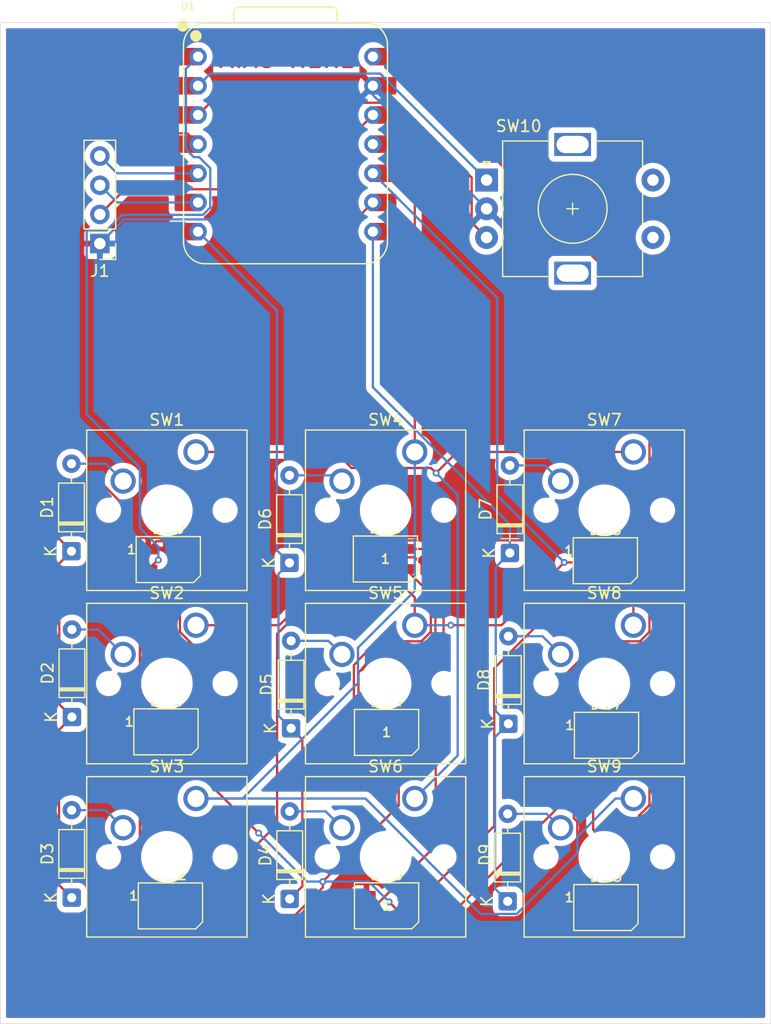
<source format=kicad_pcb>
(kicad_pcb (version 20241229) (generator "pcbnew") (generator_version "9.0")
  (layers (0 "F.Cu" signal) (2 "B.Cu" signal) (13 "F.Paste" user) (15 "B.Paste" user) (5 "F.SilkS" user "F.Silkscreen") (7 "B.SilkS" user "B.Silkscreen") (1 "F.Mask" user) (3 "B.Mask" user) (25 "Edge.Cuts" user))
  (net 0 "")
  (net 1 "+5V")
  (net 2 "/ROW1")
  (net 3 "Net-(D1-A)")
  (net 4 "Net-(D2-A)")
  (net 5 "Net-(D3-A)")
  (net 6 "/ROW2")
  (net 7 "Net-(D4-A)")
  (net 8 "Net-(D5-A)")
  (net 9 "Net-(D6-A)")
  (net 10 "Net-(D7-A)")
  (net 11 "/ROW3")
  (net 12 "Net-(D8-A)")
  (net 13 "Net-(D9-A)")
  (net 14 "/LED_DATA")
  (net 15 "Net-(D10-DOUT)")
  (net 16 "Net-(D11-DOUT)")
  (net 17 "Net-(D12-DOUT)")
  (net 18 "Net-(D13-DOUT)")
  (net 19 "Net-(D14-DOUT)")
  (net 20 "Net-(D15-DOUT)")
  (net 21 "Net-(D16-DOUT)")
  (net 22 "Net-(D17-DOUT)")
  (net 24 "/OLED_SDA")
  (net 25 "+3.3V")
  (net 26 "/OLED_SCL")
  (net 27 "/COL1")
  (net 28 "/COL2")
  (net 29 "/COL3")
  (net 30 "/ENC_B")
  (net 32 "/ENC_A")
  (net 34 "GND")
  (footprint "LED_SMD:LED_SK6812MINI_PLCC4_3.5x3.5mm_P1.75mm" (layer "F.Cu") (at 149.3137 95.1438)
    (property "Reference" "D14" (at 0 -2.75 0) (layer "F.SilkS"))
    (property "Value" "SK6812")
    (fp_text user "1" (at 0 0 0) (layer "F.SilkS") (effects (font (size 0.8 0.8))))
    (pad "1" smd rect (at -1.75 -0.875) (size 1.6 0.85) (layers "F.Cu" "F.Mask" "F.Paste") (net 34 "GND"))
    (pad "2" smd rect (at -1.75 0.875) (size 1.6 0.85) (layers "F.Cu" "F.Mask" "F.Paste") (net 18 "Net-(D13-DOUT)"))
    (pad "3" smd rect (at 1.75 0.875) (size 1.6 0.85) (layers "F.Cu" "F.Mask" "F.Paste") (net 1 "+5V"))
    (pad "4" smd rect (at 1.75 -0.875) (size 1.6 0.85) (layers "F.Cu" "F.Mask" "F.Paste") (net 19 "Net-(D14-DOUT)"))
  )
  (footprint "Button_Switch_Keyboard:SW_Cherry_MX_1.00u_PCB" (layer "F.Cu") (at 170.83 70.72)
    (property "Reference" "SW7" (at -2.54 -2.794 0) (layer "F.SilkS"))
    (property "Value" "SW_Push")
    (pad "" np_thru_hole circle (at -7.62 5.08) (size 1.7 1.7) (drill 1.7) (layers "*.Cu" "*.Mask"))
    (pad "" np_thru_hole circle (at -2.54 5.08) (size 4 4) (drill 4) (layers "*.Cu" "*.Mask"))
    (pad "" np_thru_hole circle (at 2.54 5.08) (size 1.7 1.7) (drill 1.7) (layers "*.Cu" "*.Mask"))
    (pad "1" thru_hole circle (at 0 0) (size 2.2 2.2) (drill 1.5) (layers "*.Cu" "*.Mask") (net 27 "/COL1"))
    (pad "2" thru_hole circle (at -6.35 2.54) (size 2.2 2.2) (drill 1.5) (layers "*.Cu" "*.Mask") (net 10 "Net-(D7-A)"))
  )
  (footprint "LED_SMD:LED_SK6812MINI_PLCC4_3.5x3.5mm_P1.75mm" (layer "F.Cu") (at 130.2837 80.0938)
    (property "Reference" "D10" (at 0 -2.75 0) (layer "F.SilkS"))
    (property "Value" "SK6812")
    (fp_text user "1" (at -3.2 -0.875 0) (layer "F.SilkS") (effects (font (size 0.8 0.8))))
    (pad "1" smd rect (at -1.75 -0.875) (size 1.6 0.85) (layers "F.Cu" "F.Mask" "F.Paste") (net 34 "GND"))
    (pad "2" smd rect (at -1.75 0.875) (size 1.6 0.85) (layers "F.Cu" "F.Mask" "F.Paste") (net 14 "/LED_DATA"))
    (pad "3" smd rect (at 1.75 0.875) (size 1.6 0.85) (layers "F.Cu" "F.Mask" "F.Paste") (net 1 "+5V"))
    (pad "4" smd rect (at 1.75 -0.875) (size 1.6 0.85) (layers "F.Cu" "F.Mask" "F.Paste") (net 15 "Net-(D10-DOUT)"))
  )
  (footprint "LED_SMD:LED_SK6812MINI_PLCC4_3.5x3.5mm_P1.75mm" (layer "F.Cu") (at 130.47 110.25)
    (property "Reference" "D12" (at 0 -2.75 0) (layer "F.SilkS"))
    (property "Value" "SK6812")
    (fp_text user "1" (at -3.2 -0.875 0) (layer "F.SilkS") (effects (font (size 0.8 0.8))))
    (pad "1" smd rect (at -1.75 -0.875) (size 1.6 0.85) (layers "F.Cu" "F.Mask" "F.Paste") (net 34 "GND"))
    (pad "2" smd rect (at -1.75 0.875) (size 1.6 0.85) (layers "F.Cu" "F.Mask" "F.Paste") (net 16 "Net-(D11-DOUT)"))
    (pad "3" smd rect (at 1.75 0.875) (size 1.6 0.85) (layers "F.Cu" "F.Mask" "F.Paste") (net 1 "+5V"))
    (pad "4" smd rect (at 1.75 -0.875) (size 1.6 0.85) (layers "F.Cu" "F.Mask" "F.Paste") (net 17 "Net-(D12-DOUT)"))
  )
  (footprint "Diode_THT:D_DO-35_SOD27_P7.62mm_Horizontal" (layer "F.Cu") (at 160.06 79.52 90)
    (property "Reference" "D7" (at 3.81 -2.12 90) (layer "F.SilkS"))
    (property "Value" "D_Small")
    (fp_text user "K" (at 0 -1.8 90) (layer "F.SilkS"))
    (pad "1" thru_hole roundrect (at 0 0 90) (size 1.6 1.6) (drill 0.8) (layers "*.Cu" "*.Mask") (roundrect_rratio 0.15625) (net 11 "/ROW3"))
    (pad "2" thru_hole circle (at 7.62 0 90) (size 1.6 1.6) (drill 0.8) (layers "*.Cu" "*.Mask") (net 10 "Net-(D7-A)"))
  )
  (footprint "LED_SMD:LED_SK6812MINI_PLCC4_3.5x3.5mm_P1.75mm" (layer "F.Cu") (at 168.4337 110.3938)
    (property "Reference" "D18" (at 0 -2.75 0) (layer "F.SilkS"))
    (property "Value" "SK6812")
    (fp_text user "1" (at -3.2 -0.875 0) (layer "F.SilkS") (effects (font (size 0.8 0.8))))
    (pad "1" smd rect (at -1.75 -0.875) (size 1.6 0.85) (layers "F.Cu" "F.Mask" "F.Paste") (net 34 "GND"))
    (pad "2" smd rect (at -1.75 0.875) (size 1.6 0.85) (layers "F.Cu" "F.Mask" "F.Paste") (net 22 "Net-(D17-DOUT)"))
    (pad "3" smd rect (at 1.75 0.875) (size 1.6 0.85) (layers "F.Cu" "F.Mask" "F.Paste") (net 1 "+5V"))
    (pad "4" smd rect (at 1.75 -0.875) (size 1.6 0.85) (layers "F.Cu" "F.Mask" "F.Paste"))
  )
  (footprint "Diode_THT:D_DO-35_SOD27_P7.62mm_Horizontal" (layer "F.Cu") (at 159.93 94.39 90)
    (property "Reference" "D8" (at 3.81 -2.12 90) (layer "F.SilkS"))
    (property "Value" "D_Small")
    (fp_text user "K" (at 0 -1.8 90) (layer "F.SilkS"))
    (pad "1" thru_hole roundrect (at 0 0 90) (size 1.6 1.6) (drill 0.8) (layers "*.Cu" "*.Mask") (roundrect_rratio 0.15625) (net 11 "/ROW3"))
    (pad "2" thru_hole circle (at 7.62 0 90) (size 1.6 1.6) (drill 0.8) (layers "*.Cu" "*.Mask") (net 12 "Net-(D8-A)"))
  )
  (footprint "LED_SMD:LED_SK6812MINI_PLCC4_3.5x3.5mm_P1.75mm" (layer "F.Cu") (at 130.0837 95.0938)
    (property "Reference" "D11" (at 0 -2.75 0) (layer "F.SilkS"))
    (property "Value" "SK6812")
    (fp_text user "1" (at -3.2 -0.875 0) (layer "F.SilkS") (effects (font (size 0.8 0.8))))
    (pad "1" smd rect (at -1.75 -0.875) (size 1.6 0.85) (layers "F.Cu" "F.Mask" "F.Paste") (net 34 "GND"))
    (pad "2" smd rect (at -1.75 0.875) (size 1.6 0.85) (layers "F.Cu" "F.Mask" "F.Paste") (net 15 "Net-(D10-DOUT)"))
    (pad "3" smd rect (at 1.75 0.875) (size 1.6 0.85) (layers "F.Cu" "F.Mask" "F.Paste") (net 1 "+5V"))
    (pad "4" smd rect (at 1.75 -0.875) (size 1.6 0.85) (layers "F.Cu" "F.Mask" "F.Paste") (net 16 "Net-(D11-DOUT)"))
  )
  (footprint "Button_Switch_Keyboard:SW_Cherry_MX_1.00u_PCB" (layer "F.Cu") (at 170.83 100.9)
    (property "Reference" "SW9" (at -2.54 -2.794 0) (layer "F.SilkS"))
    (property "Value" "SW_Push")
    (pad "" np_thru_hole circle (at -7.62 5.08) (size 1.7 1.7) (drill 1.7) (layers "*.Cu" "*.Mask"))
    (pad "" np_thru_hole circle (at -2.54 5.08) (size 4 4) (drill 4) (layers "*.Cu" "*.Mask"))
    (pad "" np_thru_hole circle (at 2.54 5.08) (size 1.7 1.7) (drill 1.7) (layers "*.Cu" "*.Mask"))
    (pad "1" thru_hole circle (at 0 0) (size 2.2 2.2) (drill 1.5) (layers "*.Cu" "*.Mask") (net 29 "/COL3"))
    (pad "2" thru_hole circle (at -6.35 2.54) (size 2.2 2.2) (drill 1.5) (layers "*.Cu" "*.Mask") (net 13 "Net-(D9-A)"))
  )
  (footprint "LED_SMD:LED_SK6812MINI_PLCC4_3.5x3.5mm_P1.75mm" (layer "F.Cu") (at 168.3837 80.1938)
    (property "Reference" "D16" (at 0 -2.75 0) (layer "F.SilkS"))
    (property "Value" "SK6812")
    (fp_text user "1" (at -3.2 -0.875 0) (layer "F.SilkS") (effects (font (size 0.8 0.8))))
    (pad "1" smd rect (at -1.75 -0.875) (size 1.6 0.85) (layers "F.Cu" "F.Mask" "F.Paste") (net 34 "GND"))
    (pad "2" smd rect (at -1.75 0.875) (size 1.6 0.85) (layers "F.Cu" "F.Mask" "F.Paste") (net 20 "Net-(D15-DOUT)"))
    (pad "3" smd rect (at 1.75 0.875) (size 1.6 0.85) (layers "F.Cu" "F.Mask" "F.Paste") (net 1 "+5V"))
    (pad "4" smd rect (at 1.75 -0.875) (size 1.6 0.85) (layers "F.Cu" "F.Mask" "F.Paste") (net 21 "Net-(D16-DOUT)"))
  )
  (footprint "LED_SMD:LED_SK6812MINI_PLCC4_3.5x3.5mm_P1.75mm" (layer "F.Cu") (at 149.2137 80.0438)
    (property "Reference" "D13" (at 0 -2.75 0) (layer "F.SilkS"))
    (property "Value" "SK6812")
    (fp_text user "1" (at 0 0 0) (layer "F.SilkS") (effects (font (size 0.8 0.8))))
    (pad "1" smd rect (at -1.75 -0.875) (size 1.6 0.85) (layers "F.Cu" "F.Mask" "F.Paste") (net 34 "GND"))
    (pad "2" smd rect (at -1.75 0.875) (size 1.6 0.85) (layers "F.Cu" "F.Mask" "F.Paste") (net 17 "Net-(D12-DOUT)"))
    (pad "3" smd rect (at 1.75 0.875) (size 1.6 0.85) (layers "F.Cu" "F.Mask" "F.Paste") (net 1 "+5V"))
    (pad "4" smd rect (at 1.75 -0.875) (size 1.6 0.85) (layers "F.Cu" "F.Mask" "F.Paste") (net 18 "Net-(D13-DOUT)"))
  )
  (footprint "Button_Switch_Keyboard:SW_Cherry_MX_1.00u_PCB" (layer "F.Cu") (at 170.83 85.81)
    (property "Reference" "SW8" (at -2.54 -2.794 0) (layer "F.SilkS"))
    (property "Value" "SW_Push")
    (pad "" np_thru_hole circle (at -7.62 5.08) (size 1.7 1.7) (drill 1.7) (layers "*.Cu" "*.Mask"))
    (pad "" np_thru_hole circle (at -2.54 5.08) (size 4 4) (drill 4) (layers "*.Cu" "*.Mask"))
    (pad "" np_thru_hole circle (at 2.54 5.08) (size 1.7 1.7) (drill 1.7) (layers "*.Cu" "*.Mask"))
    (pad "1" thru_hole circle (at 0 0) (size 2.2 2.2) (drill 1.5) (layers "*.Cu" "*.Mask") (net 28 "/COL2"))
    (pad "2" thru_hole circle (at -6.35 2.54) (size 2.2 2.2) (drill 1.5) (layers "*.Cu" "*.Mask") (net 12 "Net-(D8-A)"))
  )
  (footprint "Diode_THT:D_DO-35_SOD27_P7.62mm_Horizontal" (layer "F.Cu") (at 121.8837 93.8038 90)
    (property "Reference" "D2" (at 3.81 -2.12 90) (layer "F.SilkS"))
    (property "Value" "D_Small")
    (fp_text user "K" (at 0 -1.8 90) (layer "F.SilkS"))
    (pad "1" thru_hole roundrect (at 0 0 90) (size 1.6 1.6) (drill 0.8) (layers "*.Cu" "*.Mask") (roundrect_rratio 0.15625) (net 2 "/ROW1"))
    (pad "2" thru_hole circle (at 7.62 0 90) (size 1.6 1.6) (drill 0.8) (layers "*.Cu" "*.Mask") (net 4 "Net-(D2-A)"))
  )
  (footprint "Button_Switch_Keyboard:SW_Cherry_MX_1.00u_PCB" (layer "F.Cu") (at 132.7 70.72)
    (property "Reference" "SW1" (at -2.54 -2.794 0) (layer "F.SilkS"))
    (property "Value" "SW_Push")
    (pad "" np_thru_hole circle (at -7.62 5.08) (size 1.7 1.7) (drill 1.7) (layers "*.Cu" "*.Mask"))
    (pad "" np_thru_hole circle (at -2.54 5.08) (size 4 4) (drill 4) (layers "*.Cu" "*.Mask"))
    (pad "" np_thru_hole circle (at 2.54 5.08) (size 1.7 1.7) (drill 1.7) (layers "*.Cu" "*.Mask"))
    (pad "1" thru_hole circle (at 0 0) (size 2.2 2.2) (drill 1.5) (layers "*.Cu" "*.Mask") (net 27 "/COL1"))
    (pad "2" thru_hole circle (at -6.35 2.54) (size 2.2 2.2) (drill 1.5) (layers "*.Cu" "*.Mask") (net 3 "Net-(D1-A)"))
  )
  (footprint "Button_Switch_Keyboard:SW_Cherry_MX_1.00u_PCB" (layer "F.Cu") (at 151.77 85.81)
    (property "Reference" "SW5" (at -2.54 -2.794 0) (layer "F.SilkS"))
    (property "Value" "SW_Push")
    (pad "" np_thru_hole circle (at -7.62 5.08) (size 1.7 1.7) (drill 1.7) (layers "*.Cu" "*.Mask"))
    (pad "" np_thru_hole circle (at -2.54 5.08) (size 4 4) (drill 4) (layers "*.Cu" "*.Mask"))
    (pad "" np_thru_hole circle (at 2.54 5.08) (size 1.7 1.7) (drill 1.7) (layers "*.Cu" "*.Mask"))
    (pad "1" thru_hole circle (at 0 0) (size 2.2 2.2) (drill 1.5) (layers "*.Cu" "*.Mask") (net 28 "/COL2"))
    (pad "2" thru_hole circle (at -6.35 2.54) (size 2.2 2.2) (drill 1.5) (layers "*.Cu" "*.Mask") (net 8 "Net-(D5-A)"))
  )
  (footprint "Diode_THT:D_DO-35_SOD27_P7.62mm_Horizontal" (layer "F.Cu") (at 140.99 94.79 90)
    (property "Reference" "D5" (at 3.81 -2.12 90) (layer "F.SilkS"))
    (property "Value" "D_Small")
    (fp_text user "K" (at 0 -1.8 90) (layer "F.SilkS"))
    (pad "1" thru_hole roundrect (at 0 0 90) (size 1.6 1.6) (drill 0.8) (layers "*.Cu" "*.Mask") (roundrect_rratio 0.15625) (net 6 "/ROW2"))
    (pad "2" thru_hole circle (at 7.62 0 90) (size 1.6 1.6) (drill 0.8) (layers "*.Cu" "*.Mask") (net 8 "Net-(D5-A)"))
  )
  (footprint "OPL Lib:XIAO-RP2040-DIP" (layer "F.Cu") (at 140.5 43.92)
    (property "Reference" "U1" (at -8.5 -12 0) (layer "F.SilkS") (effects (font (size 0.635 0.635) (thickness 0.1016))))
    (property "Value" "XIAO-RP2040-DIP")
    (pad "1" smd roundrect (at -8.455 -7.62 180) (size 2.432 1.524) (layers "F.Cu" "F.Mask") (roundrect_rratio 0.1) (net 14 "/LED_DATA"))
    (pad "1" thru_hole circle (at -7.62 -7.62 180) (size 1.524 1.524) (drill 0.889) (layers "*.Cu" "*.Mask") (net 14 "/LED_DATA"))
    (pad "2" smd roundrect (at -8.455 -5.08 180) (size 2.432 1.524) (layers "F.Cu" "F.Mask") (roundrect_rratio 0.1) (net 32 "/ENC_A"))
    (pad "2" thru_hole circle (at -7.62 -5.08 180) (size 1.524 1.524) (drill 0.889) (layers "*.Cu" "*.Mask") (net 32 "/ENC_A"))
    (pad "3" smd roundrect (at -8.455 -2.54 180) (size 2.432 1.524) (layers "F.Cu" "F.Mask") (roundrect_rratio 0.1) (net 30 "/ENC_B"))
    (pad "3" thru_hole circle (at -7.62 -2.54 180) (size 1.524 1.524) (drill 0.889) (layers "*.Cu" "*.Mask") (net 30 "/ENC_B"))
    (pad "4" smd roundrect (at -8.455 0 180) (size 2.432 1.524) (layers "F.Cu" "F.Mask") (roundrect_rratio 0.1) (net 2 "/ROW1"))
    (pad "4" thru_hole circle (at -7.62 0 180) (size 1.524 1.524) (drill 0.889) (layers "*.Cu" "*.Mask") (net 2 "/ROW1"))
    (pad "5" smd roundrect (at -8.455 2.54 180) (size 2.432 1.524) (layers "F.Cu" "F.Mask") (roundrect_rratio 0.1) (net 24 "/OLED_SDA"))
    (pad "5" thru_hole circle (at -7.62 2.54 180) (size 1.524 1.524) (drill 0.889) (layers "*.Cu" "*.Mask") (net 24 "/OLED_SDA"))
    (pad "6" smd roundrect (at -8.455 5.08 180) (size 2.432 1.524) (layers "F.Cu" "F.Mask") (roundrect_rratio 0.1) (net 26 "/OLED_SCL"))
    (pad "6" thru_hole circle (at -7.62 5.08 180) (size 1.524 1.524) (drill 0.889) (layers "*.Cu" "*.Mask") (net 26 "/OLED_SCL"))
    (pad "7" smd roundrect (at -8.455 7.62 180) (size 2.432 1.524) (layers "F.Cu" "F.Mask") (roundrect_rratio 0.1) (net 6 "/ROW2"))
    (pad "7" thru_hole circle (at -7.62 7.62 180) (size 1.524 1.524) (drill 0.889) (layers "*.Cu" "*.Mask") (net 6 "/ROW2"))
    (pad "8" thru_hole circle (at 7.62 7.62) (size 1.524 1.524) (drill 0.889) (layers "*.Cu" "*.Mask") (net 11 "/ROW3"))
    (pad "8" smd roundrect (at 8.455 7.62) (size 2.432 1.524) (layers "F.Cu" "F.Mask") (roundrect_rratio 0.1) (net 11 "/ROW3"))
    (pad "9" thru_hole circle (at 7.62 5.08) (size 1.524 1.524) (drill 0.889) (layers "*.Cu" "*.Mask") (net 27 "/COL1"))
    (pad "9" smd roundrect (at 8.455 5.08) (size 2.432 1.524) (layers "F.Cu" "F.Mask") (roundrect_rratio 0.1) (net 27 "/COL1"))
    (pad "10" thru_hole circle (at 7.62 2.54) (size 1.524 1.524) (drill 0.889) (layers "*.Cu" "*.Mask") (net 28 "/COL2"))
    (pad "10" smd roundrect (at 8.455 2.54) (size 2.432 1.524) (layers "F.Cu" "F.Mask") (roundrect_rratio 0.1) (net 28 "/COL2"))
    (pad "11" thru_hole circle (at 7.62 0) (size 1.524 1.524) (drill 0.889) (layers "*.Cu" "*.Mask") (net 29 "/COL3"))
    (pad "11" smd roundrect (at 8.455 0) (size 2.432 1.524) (layers "F.Cu" "F.Mask") (roundrect_rratio 0.1) (net 29 "/COL3"))
    (pad "12" thru_hole circle (at 7.62 -2.54) (size 1.524 1.524) (drill 0.889) (layers "*.Cu" "*.Mask") (net 25 "+3.3V"))
    (pad "12" smd roundrect (at 8.455 -2.54) (size 2.432 1.524) (layers "F.Cu" "F.Mask") (roundrect_rratio 0.1) (net 25 "+3.3V"))
    (pad "13" thru_hole circle (at 7.62 -5.08) (size 1.524 1.524) (drill 0.889) (layers "*.Cu" "*.Mask") (net 34 "GND"))
    (pad "13" smd roundrect (at 8.455 -5.08) (size 2.432 1.524) (layers "F.Cu" "F.Mask") (roundrect_rratio 0.1) (net 34 "GND"))
    (pad "14" thru_hole circle (at 7.62 -7.62) (size 1.524 1.524) (drill 0.889) (layers "*.Cu" "*.Mask") (net 1 "+5V"))
    (pad "14" smd roundrect (at 8.455 -7.62) (size 2.432 1.524) (layers "F.Cu" "F.Mask") (roundrect_rratio 0.1) (net 1 "+5V"))
  )
  (footprint "Button_Switch_Keyboard:SW_Cherry_MX_1.00u_PCB" (layer "F.Cu") (at 132.7 100.9)
    (property "Reference" "SW3" (at -2.54 -2.794 0) (layer "F.SilkS"))
    (property "Value" "SW_Push")
    (pad "" np_thru_hole circle (at -7.62 5.08) (size 1.7 1.7) (drill 1.7) (layers "*.Cu" "*.Mask"))
    (pad "" np_thru_hole circle (at -2.54 5.08) (size 4 4) (drill 4) (layers "*.Cu" "*.Mask"))
    (pad "" np_thru_hole circle (at 2.54 5.08) (size 1.7 1.7) (drill 1.7) (layers "*.Cu" "*.Mask"))
    (pad "1" thru_hole circle (at 0 0) (size 2.2 2.2) (drill 1.5) (layers "*.Cu" "*.Mask") (net 29 "/COL3"))
    (pad "2" thru_hole circle (at -6.35 2.54) (size 2.2 2.2) (drill 1.5) (layers "*.Cu" "*.Mask") (net 5 "Net-(D3-A)"))
  )
  (footprint "Connector_PinHeader_2.54mm:PinHeader_1x04_P2.54mm_Vertical" (layer "F.Cu") (at 124.32 52.58 180)
    (property "Reference" "J1" (at 0 -2.38 0) (layer "F.SilkS"))
    (property "Value" "Conn_01x04")
    (pad "1" thru_hole rect (at 0 0 180) (size 1.7 1.7) (drill 1) (layers "*.Cu" "*.Mask") (net 34 "GND"))
    (pad "2" thru_hole circle (at 0 2.54 180) (size 1.7 1.7) (drill 1) (layers "*.Cu" "*.Mask") (net 25 "+3.3V"))
    (pad "3" thru_hole circle (at 0 5.08 180) (size 1.7 1.7) (drill 1) (layers "*.Cu" "*.Mask") (net 26 "/OLED_SCL"))
    (pad "4" thru_hole circle (at 0 7.62 180) (size 1.7 1.7) (drill 1) (layers "*.Cu" "*.Mask") (net 24 "/OLED_SDA"))
  )
  (footprint "Button_Switch_Keyboard:SW_Cherry_MX_1.00u_PCB" (layer "F.Cu") (at 151.77 100.9)
    (property "Reference" "SW6" (at -2.54 -2.794 0) (layer "F.SilkS"))
    (property "Value" "SW_Push")
    (pad "" np_thru_hole circle (at -7.62 5.08) (size 1.7 1.7) (drill 1.7) (layers "*.Cu" "*.Mask"))
    (pad "" np_thru_hole circle (at -2.54 5.08) (size 4 4) (drill 4) (layers "*.Cu" "*.Mask"))
    (pad "" np_thru_hole circle (at 2.54 5.08) (size 1.7 1.7) (drill 1.7) (layers "*.Cu" "*.Mask"))
    (pad "1" thru_hole circle (at 0 0) (size 2.2 2.2) (drill 1.5) (layers "*.Cu" "*.Mask") (net 27 "/COL1"))
    (pad "2" thru_hole circle (at -6.35 2.54) (size 2.2 2.2) (drill 1.5) (layers "*.Cu" "*.Mask") (net 7 "Net-(D4-A)"))
  )
  (footprint "Rotary_Encoder:RotaryEncoder_Alps_EC11E-Switch_Vertical_H20mm" (layer "F.Cu") (at 158.03 47.05)
    (property "Reference" "SW10" (at 2.8 -4.7 0) (layer "F.SilkS"))
    (property "Value" "RotaryEncoder_Switch")
    (pad "A" thru_hole rect (at 0 0) (size 2 2) (drill 1) (layers "*.Cu" "*.Mask") (net 32 "/ENC_A"))
    (pad "B" thru_hole circle (at 0 5) (size 2 2) (drill 1) (layers "*.Cu" "*.Mask") (net 30 "/ENC_B"))
    (pad "C" thru_hole circle (at 0 2.5) (size 2 2) (drill 1) (layers "*.Cu" "*.Mask") (net 34 "GND"))
    (pad "MP" thru_hole rect (at 7.5 -3.1) (size 3.2 2) (drill oval 2.8 1.5) (layers "*.Cu" "*.Mask"))
    (pad "MP" thru_hole rect (at 7.5 8.1) (size 3.2 2) (drill oval 2.8 1.5) (layers "*.Cu" "*.Mask"))
    (pad "S1" thru_hole circle (at 14.5 5) (size 2 2) (drill 1) (layers "*.Cu" "*.Mask"))
    (pad "S2" thru_hole circle (at 14.5 0) (size 2 2) (drill 1) (layers "*.Cu" "*.Mask"))
  )
  (footprint "Diode_THT:D_DO-35_SOD27_P7.62mm_Horizontal" (layer "F.Cu") (at 159.87 109.85 90)
    (property "Reference" "D9" (at 4.05 -1.96 90) (layer "F.SilkS"))
    (property "Value" "D_Small")
    (fp_text user "K" (at 0 -1.8 90) (layer "F.SilkS"))
    (pad "1" thru_hole roundrect (at 0 0 90) (size 1.6 1.6) (drill 0.8) (layers "*.Cu" "*.Mask") (roundrect_rratio 0.15625) (net 11 "/ROW3"))
    (pad "2" thru_hole circle (at 7.62 0 90) (size 1.6 1.6) (drill 0.8) (layers "*.Cu" "*.Mask") (net 13 "Net-(D9-A)"))
  )
  (footprint "Diode_THT:D_DO-35_SOD27_P7.62mm_Horizontal" (layer "F.Cu") (at 121.8437 79.3638 90)
    (property "Reference" "D1" (at 3.81 -2.12 90) (layer "F.SilkS"))
    (property "Value" "D_Small")
    (fp_text user "K" (at 0 -1.8 90) (layer "F.SilkS"))
    (pad "1" thru_hole roundrect (at 0 0 90) (size 1.6 1.6) (drill 0.8) (layers "*.Cu" "*.Mask") (roundrect_rratio 0.15625) (net 2 "/ROW1"))
    (pad "2" thru_hole circle (at 7.62 0 90) (size 1.6 1.6) (drill 0.8) (layers "*.Cu" "*.Mask") (net 3 "Net-(D1-A)"))
  )
  (footprint "Diode_THT:D_DO-35_SOD27_P7.62mm_Horizontal" (layer "F.Cu") (at 140.87 109.64 90)
    (property "Reference" "D4" (at 3.81 -2.12 90) (layer "F.SilkS"))
    (property "Value" "D_Small")
    (fp_text user "K" (at 0 -1.8 90) (layer "F.SilkS"))
    (pad "1" thru_hole roundrect (at 0 0 90) (size 1.6 1.6) (drill 0.8) (layers "*.Cu" "*.Mask") (roundrect_rratio 0.15625) (net 6 "/ROW2"))
    (pad "2" thru_hole circle (at 7.62 0 90) (size 1.6 1.6) (drill 0.8) (layers "*.Cu" "*.Mask") (net 7 "Net-(D4-A)"))
  )
  (footprint "Button_Switch_Keyboard:SW_Cherry_MX_1.00u_PCB" (layer "F.Cu") (at 132.7 85.81)
    (property "Reference" "SW2" (at -2.54 -2.794 0) (layer "F.SilkS"))
    (property "Value" "SW_Push")
    (pad "" np_thru_hole circle (at -7.62 5.08) (size 1.7 1.7) (drill 1.7) (layers "*.Cu" "*.Mask"))
    (pad "" np_thru_hole circle (at -2.54 5.08) (size 4 4) (drill 4) (layers "*.Cu" "*.Mask"))
    (pad "" np_thru_hole circle (at 2.54 5.08) (size 1.7 1.7) (drill 1.7) (layers "*.Cu" "*.Mask"))
    (pad "1" thru_hole circle (at 0 0) (size 2.2 2.2) (drill 1.5) (layers "*.Cu" "*.Mask") (net 28 "/COL2"))
    (pad "2" thru_hole circle (at -6.35 2.54) (size 2.2 2.2) (drill 1.5) (layers "*.Cu" "*.Mask") (net 4 "Net-(D2-A)"))
  )
  (footprint "Button_Switch_Keyboard:SW_Cherry_MX_1.00u_PCB" (layer "F.Cu") (at 151.77 70.72)
    (property "Reference" "SW4" (at -2.54 -2.794 0) (layer "F.SilkS"))
    (property "Value" "SW_Push")
    (pad "" np_thru_hole circle (at -7.62 5.08) (size 1.7 1.7) (drill 1.7) (layers "*.Cu" "*.Mask"))
    (pad "" np_thru_hole circle (at -2.54 5.08) (size 4 4) (drill 4) (layers "*.Cu" "*.Mask"))
    (pad "" np_thru_hole circle (at 2.54 5.08) (size 1.7 1.7) (drill 1.7) (layers "*.Cu" "*.Mask"))
    (pad "1" thru_hole circle (at 0 0) (size 2.2 2.2) (drill 1.5) (layers "*.Cu" "*.Mask") (net 29 "/COL3"))
    (pad "2" thru_hole circle (at -6.35 2.54) (size 2.2 2.2) (drill 1.5) (layers "*.Cu" "*.Mask") (net 9 "Net-(D6-A)"))
  )
  (footprint "LED_SMD:LED_SK6812MINI_PLCC4_3.5x3.5mm_P1.75mm" (layer "F.Cu") (at 149.3137 110.2438)
    (property "Reference" "D15" (at 0 -2.75 0) (layer "F.SilkS"))
    (property "Value" "SK6812")
    (fp_text user "1" (at 0 0 0) (layer "F.SilkS") (effects (font (size 0.8 0.8))))
    (pad "1" smd rect (at -1.75 -0.875) (size 1.6 0.85) (layers "F.Cu" "F.Mask" "F.Paste") (net 34 "GND"))
    (pad "2" smd rect (at -1.75 0.875) (size 1.6 0.85) (layers "F.Cu" "F.Mask" "F.Paste") (net 19 "Net-(D14-DOUT)"))
    (pad "3" smd rect (at 1.75 0.875) (size 1.6 0.85) (layers "F.Cu" "F.Mask" "F.Paste") (net 1 "+5V"))
    (pad "4" smd rect (at 1.75 -0.875) (size 1.6 0.85) (layers "F.Cu" "F.Mask" "F.Paste") (net 20 "Net-(D15-DOUT)"))
  )
  (footprint "LED_SMD:LED_SK6812MINI_PLCC4_3.5x3.5mm_P1.75mm" (layer "F.Cu") (at 168.4837 95.3938)
    (property "Reference" "D17" (at 0 -2.75 0) (layer "F.SilkS"))
    (property "Value" "SK6812")
    (fp_text user "1" (at -3.2 -0.875 0) (layer "F.SilkS") (effects (font (size 0.8 0.8))))
    (pad "1" smd rect (at -1.75 -0.875) (size 1.6 0.85) (layers "F.Cu" "F.Mask" "F.Paste") (net 34 "GND"))
    (pad "2" smd rect (at -1.75 0.875) (size 1.6 0.85) (layers "F.Cu" "F.Mask" "F.Paste") (net 21 "Net-(D16-DOUT)"))
    (pad "3" smd rect (at 1.75 0.875) (size 1.6 0.85) (layers "F.Cu" "F.Mask" "F.Paste") (net 1 "+5V"))
    (pad "4" smd rect (at 1.75 -0.875) (size 1.6 0.85) (layers "F.Cu" "F.Mask" "F.Paste") (net 22 "Net-(D17-DOUT)"))
  )
  (footprint "Diode_THT:D_DO-35_SOD27_P7.62mm_Horizontal" (layer "F.Cu") (at 140.85 80.38 90)
    (property "Reference" "D6" (at 3.81 -2.12 90) (layer "F.SilkS"))
    (property "Value" "D_Small")
    (fp_text user "K" (at 0 -1.8 90) (layer "F.SilkS"))
    (pad "1" thru_hole roundrect (at 0 0 90) (size 1.6 1.6) (drill 0.8) (layers "*.Cu" "*.Mask") (roundrect_rratio 0.15625) (net 6 "/ROW2"))
    (pad "2" thru_hole circle (at 7.62 0 90) (size 1.6 1.6) (drill 0.8) (layers "*.Cu" "*.Mask") (net 9 "Net-(D6-A)"))
  )
  (footprint "Diode_THT:D_DO-35_SOD27_P7.62mm_Horizontal" (layer "F.Cu") (at 121.8637 109.5338 90)
    (property "Reference" "D3" (at 3.81 -2.12 90) (layer "F.SilkS"))
    (property "Value" "D_Small")
    (fp_text user "K" (at 0 -1.8 90) (layer "F.SilkS"))
    (pad "1" thru_hole roundrect (at 0 0 90) (size 1.6 1.6) (drill 0.8) (layers "*.Cu" "*.Mask") (roundrect_rratio 0.15625) (net 2 "/ROW1"))
    (pad "2" thru_hole circle (at 7.62 0 90) (size 1.6 1.6) (drill 0.8) (layers "*.Cu" "*.Mask") (net 5 "Net-(D3-A)"))
  )
  (gr_rect (start 115.64 33.33) (end 182.81 120.5) (stroke (width 0.05)) (fill no) (layer "Edge.Cuts"))
  (gr_text "CoolPAD" (at 159.2 40.4 0) (layer "F.Cu") (effects (font (size 1.5 1.5) (thickness 0.3) (bold yes)) (justify left bottom)))
  (gr_text "XIAO HERE" (at 134.45 37.35 0) (layer "F.Cu") (effects (font (size 1.5 1.5) (thickness 0.3) (bold yes)) (justify left bottom)))
  (segment (start 146.4627 96.7448) (end 146.4627 89.288614) (width 0.2) (layer "F.Cu") (net 1))
  (segment (start 153.171 83.1261) (end 150.9637 80.9188) (width 0.2) (layer "F.Cu") (net 1))
  (segment (start 172.231 75.24053) (end 169.0327 78.43883) (width 0.2) (layer "F.Cu") (net 1))
  (segment (start 149.882 36.3) (end 172.231 58.649) (width 0.2) (layer "F.Cu") (net 1))
  (segment (start 174.671 83.289) (end 174.671 91.8315) (width 0.2) (layer "F.Cu") (net 1))
  (segment (start 148.489 87.211) (end 152.350314 87.211) (width 0.2) (layer "F.Cu") (net 1))
  (segment (start 131.8337 95.9688) (end 131.8337 97.5837) (width 0.2) (layer "F.Cu") (net 1))
  (segment (start 131.8337 97.5837) (end 138.15997 103.90997) (width 0.2) (layer "F.Cu") (net 1))
  (segment (start 171.410314 87.211) (end 172.231 86.390314) (width 0.2) (layer "F.Cu") (net 1))
  (segment (start 171.32 110.1325) (end 171.32 102.391314) (width 0.2) (layer "F.Cu") (net 1))
  (segment (start 172.231 75.24053) (end 172.165765 75.305765) (width 0.2) (layer "F.Cu") (net 1))
  (segment (start 146.821 88.930314) (end 146.821 88.879) (width 0.2) (layer "F.Cu") (net 1))
  (segment (start 172.231 83.1661) (end 170.1337 81.0688) (width 0.2) (layer "F.Cu") (net 1))
  (segment (start 172.231 101.480314) (end 172.231 98.2661) (width 0.2) (layer "F.Cu") (net 1))
  (segment (start 150.369 101.516184) (end 150.369 96.7135) (width 0.2) (layer "F.Cu") (net 1))
  (segment (start 146.821 88.879) (end 148.489 87.211) (width 0.2) (layer "F.Cu") (net 1))
  (segment (start 143.75336 108.131824) (end 150.369 101.516184) (width 0.2) (layer "F.Cu") (net 1))
  (segment (start 172.231 86.390314) (end 172.231 83.1661) (width 0.2) (layer "F.Cu") (net 1))
  (segment (start 172.165765 75.305765) (end 172.165765 80.783765) (width 0.2) (layer "F.Cu") (net 1))
  (segment (start 132.9347 94.8678) (end 132.9347 88.026014) (width 0.2) (layer "F.Cu") (net 1))
  (segment (start 165.060314 100.878372) (end 165.060314 89.948686) (width 0.2) (layer "F.Cu") (net 1))
  (segment (start 131.299 81.7035) (end 132.0337 80.9688) (width 0.2) (layer "F.Cu") (net 1))
  (segment (start 150.369 96.7135) (end 151.0637 96.0188) (width 0.2) (layer "F.Cu") (net 1))
  (segment (start 167.798 87.211) (end 171.410314 87.211) (width 0.2) (layer "F.Cu") (net 1))
  (segment (start 131.8337 95.9688) (end 132.9347 94.8678) (width 0.2) (layer "F.Cu") (net 1))
  (segment (start 141.30236 111.0938) (end 143.75336 108.6428) (width 0.2) (layer "F.Cu") (net 1))
  (segment (start 153.171 86.390314) (end 153.171 83.1261) (width 0.2) (layer "F.Cu") (net 1))
  (segment (start 172.231 98.2661) (end 170.2337 96.2688) (width 0.2) (layer "F.Cu") (net 1))
  (segment (start 174.671 91.8315) (end 170.2337 96.2688) (width 0.2) (layer "F.Cu") (net 1))
  (segment (start 171.32 102.391314) (end 172.231 101.480314) (width 0.2) (layer "F.Cu") (net 1))
  (segment (start 131.299 86.390314) (end 131.299 81.7035) (width 0.2) (layer "F.Cu") (net 1))
  (segment (start 151.0637 96.0188) (end 150.3377 96.7448) (width 0.2) (layer "F.Cu") (net 1))
  (segment (start 132.9347 88.026014) (end 131.299 86.390314) (width 0.2) (layer "F.Cu") (net 1))
  (segment (start 170.1837 111.2688) (end 171.32 110.1325) (width 0.2) (layer "F.Cu") (net 1))
  (segment (start 151.0637 111.1188) (end 154.819886 111.1188) (width 0.2) (layer "F.Cu") (net 1))
  (segment (start 169.0327 78.43883) (end 169.0327 79.9678) (width 0.2) (layer "F.Cu") (net 1))
  (segment (start 150.3377 96.7448) (end 146.4627 96.7448) (width 0.2) (layer "F.Cu") (net 1))
  (segment (start 172.231 58.649) (end 172.231 75.24053) (width 0.2) (layer "F.Cu") (net 1))
  (segment (start 131.8337 111.0938) (end 141.30236 111.0938) (width 0.2) (layer "F.Cu") (net 1))
  (segment (start 143.75336 108.6428) (end 143.75336 108.131824) (width 0.2) (layer "F.Cu") (net 1))
  (segment (start 169.0327 79.9678) (end 170.1337 81.0688) (width 0.2) (layer "F.Cu") (net 1))
  (segment (start 154.819886 111.1188) (end 165.060314 100.878372) (width 0.2) (layer "F.Cu") (net 1))
  (segment (start 172.165765 80.783765) (end 174.671 83.289) (width 0.2) (layer "F.Cu") (net 1))
  (segment (start 151.0637 111.1188) (end 150.7488 111.1188) (width 0.2) (layer "F.Cu") (net 1))
  (segment (start 165.060314 89.948686) (end 167.798 87.211) (width 0.2) (layer "F.Cu") (net 1))
  (segment (start 146.4627 89.288614) (end 146.821 88.930314) (width 0.2) (layer "F.Cu") (net 1))
  (segment (start 150.7488 111.1188) (end 149.53503 109.90503) (width 0.2) (layer "F.Cu") (net 1))
  (segment (start 148.12 36.3) (end 149.882 36.3) (width 0.2) (layer "F.Cu") (net 1))
  (segment (start 152.350314 87.211) (end 153.171 86.390314) (width 0.2) (layer "F.Cu") (net 1))
  (via (at 149.53503 109.90503) (size 0.6) (drill 0.3) (layers "F.Cu" "B.Cu") (net 1))
  (via (at 143.75336 108.131824) (size 0.6) (drill 0.3) (layers "F.Cu" "B.Cu") (net 1))
  (via (at 138.15997 103.90997) (size 0.6) (drill 0.3) (layers "F.Cu" "B.Cu") (net 1))
  (segment (start 142.381824 108.131824) (end 143.75336 108.131824) (width 0.2) (layer "B.Cu") (net 1))
  (segment (start 138.15997 103.90997) (end 142.381824 108.131824) (width 0.2) (layer "B.Cu") (net 1))
  (segment (start 149.53503 109.90503) (end 147.761824 108.131824) (width 0.2) (layer "B.Cu") (net 1))
  (segment (start 147.761824 108.131824) (end 143.75336 108.131824) (width 0.2) (layer "B.Cu") (net 1))
  (segment (start 120.7827 80.4248) (end 120.7827 92.7028) (width 0.2) (layer "F.Cu") (net 2))
  (segment (start 132.88 43.92) (end 131.94 42.98) (width 0.2) (layer "F.Cu") (net 2))
  (segment (start 120.7827 92.7028) (end 121.8837 93.8038) (width 0.2) (layer "F.Cu") (net 2))
  (segment (start 119.58 77.1001) (end 121.8437 79.3638) (width 0.2) (layer "F.Cu") (net 2))
  (segment (start 119.58 45.56) (end 119.58 77.1001) (width 0.2) (layer "F.Cu") (net 2))
  (segment (start 131.94 42.98) (end 122.16 42.98) (width 0.2) (layer "F.Cu") (net 2))
  (segment (start 120.7627 108.4328) (end 121.8637 109.5338) (width 0.2) (layer "F.Cu") (net 2))
  (segment (start 122.16 42.98) (end 119.58 45.56) (width 0.2) (layer "F.Cu") (net 2))
  (segment (start 121.8437 79.3638) (end 120.7827 80.4248) (width 0.2) (layer "F.Cu") (net 2))
  (segment (start 121.8837 93.8038) (end 120.7627 94.9248) (width 0.2) (layer "F.Cu") (net 2))
  (segment (start 120.7627 94.9248) (end 120.7627 108.4328) (width 0.2) (layer "F.Cu") (net 2))
  (segment (start 121.8437 71.7438) (end 124.8338 71.7438) (width 0.2) (layer "B.Cu") (net 3))
  (segment (start 124.8338 71.7438) (end 126.35 73.26) (width 0.2) (layer "B.Cu") (net 3))
  (segment (start 124.1838 86.1838) (end 126.35 88.35) (width 0.2) (layer "B.Cu") (net 4))
  (segment (start 121.8837 86.1838) (end 124.1838 86.1838) (width 0.2) (layer "B.Cu") (net 4))
  (segment (start 121.8637 101.9138) (end 124.8238 101.9138) (width 0.2) (layer "B.Cu") (net 5))
  (segment (start 124.8238 101.9138) (end 126.35 103.44) (width 0.2) (layer "B.Cu") (net 5))
  (segment (start 141.971 95.771) (end 140.99 94.79) (width 0.2) (layer "F.Cu") (net 6))
  (segment (start 141.971 108.539) (end 141.971 95.771) (width 0.2) (layer "F.Cu") (net 6))
  (segment (start 140.87 109.64) (end 141.971 108.539) (width 0.2) (layer "F.Cu") (net 6))
  (segment (start 139.889 81.341) (end 140.85 80.38) (width 0.2) (layer "B.Cu") (net 6))
  (segment (start 139.889 93.689) (end 139.889 81.341) (width 0.2) (layer "B.Cu") (net 6))
  (segment (start 140.99 94.79) (end 139.889 93.689) (width 0.2) (layer "B.Cu") (net 6))
  (segment (start 140.85 80.38) (end 139.749 79.279) (width 0.2) (layer "B.Cu") (net 6))
  (segment (start 139.749 58.409) (end 132.88 51.54) (width 0.2) (layer "B.Cu") (net 6))
  (segment (start 139.749 79.279) (end 139.749 58.409) (width 0.2) (layer "B.Cu") (net 6))
  (segment (start 144 102.02) (end 145.42 103.44) (width 0.2) (layer "B.Cu") (net 7))
  (segment (start 140.87 102.02) (end 144 102.02) (width 0.2) (layer "B.Cu") (net 7))
  (segment (start 140.99 87.17) (end 144.24 87.17) (width 0.2) (layer "B.Cu") (net 8))
  (segment (start 144.24 87.17) (end 145.42 88.35) (width 0.2) (layer "B.Cu") (net 8))
  (segment (start 140.85 72.76) (end 144.92 72.76) (width 0.2) (layer "B.Cu") (net 9))
  (segment (start 144.92 72.76) (end 145.42 73.26) (width 0.2) (layer "B.Cu") (net 9))
  (segment (start 160.06 71.9) (end 163.12 71.9) (width 0.2) (layer "B.Cu") (net 10))
  (segment (start 163.12 71.9) (end 164.48 73.26) (width 0.2) (layer "B.Cu") (net 10))
  (segment (start 158.829 93.289) (end 158.829 80.751) (width 0.2) (layer "B.Cu") (net 11))
  (segment (start 158.829 80.751) (end 160.06 79.52) (width 0.2) (layer "B.Cu") (net 11))
  (segment (start 158.769 108.749) (end 158.769 95.551) (width 0.2) (layer "B.Cu") (net 11))
  (segment (start 159.93 94.39) (end 158.829 93.289) (width 0.2) (layer "B.Cu") (net 11))
  (segment (start 158.769 95.551) (end 159.93 94.39) (width 0.2) (layer "B.Cu") (net 11))
  (segment (start 148.12 65.088686) (end 148.12 51.54) (width 0.2) (layer "B.Cu") (net 11))
  (segment (start 160.06 79.52) (end 160.06 77.028686) (width 0.2) (layer "B.Cu") (net 11))
  (segment (start 159.87 109.85) (end 158.769 108.749) (width 0.2) (layer "B.Cu") (net 11))
  (segment (start 160.06 77.028686) (end 148.12 65.088686) (width 0.2) (layer "B.Cu") (net 11))
  (segment (start 162.9 86.77) (end 164.48 88.35) (width 0.2) (layer "B.Cu") (net 12))
  (segment (start 159.93 86.77) (end 162.9 86.77) (width 0.2) (layer "B.Cu") (net 12))
  (segment (start 159.87 102.23) (end 163.27 102.23) (width 0.2) (layer "B.Cu") (net 13))
  (segment (start 163.27 102.23) (end 164.48 103.44) (width 0.2) (layer "B.Cu") (net 13))
  (segment (start 129.419085 80.136457) (end 129.366043 80.136457) (width 0.2) (layer "F.Cu") (net 14))
  (segment (start 129.366043 80.136457) (end 128.5337 80.9688) (width 0.2) (layer "F.Cu") (net 14))
  (via (at 129.419085 80.136457) (size 0.6) (drill 0.3) (layers "F.Cu" "B.Cu") (net 14))
  (segment (start 127.809 72.071816) (end 123.169 67.431816) (width 0.2) (layer "B.Cu") (net 14))
  (segment (start 132.97331 45.05) (end 132.50669 45.05) (width 0.2) (layer "B.Cu") (net 14))
  (segment (start 127.809 77.349) (end 127.809 72.071816) (width 0.2) (layer "B.Cu") (net 14))
  (segment (start 131.817 44.36031) (end 131.817 37.363) (width 0.2) (layer "B.Cu") (net 14))
  (segment (start 133.943 49.44031) (end 133.943 46.01969) (width 0.2) (layer "B.Cu") (net 14))
  (segment (start 123.169 51.429) (end 124.9039 51.429) (width 0.2) (layer "B.Cu") (net 14))
  (segment (start 129.419085 80.136457) (end 129.419085 78.959085) (width 0.2) (layer "B.Cu") (net 14))
  (segment (start 133.943 46.01969) (end 132.97331 45.05) (width 0.2) (layer "B.Cu") (net 14))
  (segment (start 133.30731 50.076) (end 133.943 49.44031) (width 0.2) (layer "B.Cu") (net 14))
  (segment (start 132.50669 45.05) (end 131.817 44.36031) (width 0.2) (layer "B.Cu") (net 14))
  (segment (start 129.419085 78.959085) (end 127.809 77.349) (width 0.2) (layer "B.Cu") (net 14))
  (segment (start 123.169 67.431816) (end 123.169 51.429) (width 0.2) (layer "B.Cu") (net 14))
  (segment (start 124.9039 51.429) (end 126.2569 50.076) (width 0.2) (layer "B.Cu") (net 14))
  (segment (start 126.2569 50.076) (end 133.30731 50.076) (width 0.2) (layer "B.Cu") (net 14))
  (segment (start 131.817 37.363) (end 132.88 36.3) (width 0.2) (layer "B.Cu") (net 14))
  (segment (start 130.1 93.73) (end 130.1 94.2025) (width 0.2) (layer "F.Cu") (net 15))
  (segment (start 130.1 94.2025) (end 128.3337 95.9688) (width 0.2) (layer "F.Cu") (net 15))
  (segment (start 132.0337 79.2188) (end 130.73 80.5225) (width 0.2) (layer "F.Cu") (net 15))
  (segment (start 130.73 88.135184) (end 132.511 89.916184) (width 0.2) (layer "F.Cu") (net 15))
  (segment (start 132.511 91.863816) (end 131.133816 93.241) (width 0.2) (layer "F.Cu") (net 15))
  (segment (start 132.511 89.916184) (end 132.511 91.863816) (width 0.2) (layer "F.Cu") (net 15))
  (segment (start 130.589 93.241) (end 130.1 93.73) (width 0.2) (layer "F.Cu") (net 15))
  (segment (start 131.133816 93.241) (end 130.589 93.241) (width 0.2) (layer "F.Cu") (net 15))
  (segment (start 130.73 80.5225) (end 130.73 88.135184) (width 0.2) (layer "F.Cu") (net 15))
  (segment (start 129.3265 110.101) (end 128.3337 111.0938) (width 0.2) (layer "F.Cu") (net 16))
  (segment (start 130.08 95.9725) (end 130.08 103.629) (width 0.2) (layer "F.Cu") (net 16))
  (segment (start 131.8337 94.2188) (end 130.08 95.9725) (width 0.2) (layer "F.Cu") (net 16))
  (segment (start 131.133816 103.629) (end 132.511 105.006184) (width 0.2) (layer "F.Cu") (net 16))
  (segment (start 132.511 106.953816) (end 129.821 109.643816) (width 0.2) (layer "F.Cu") (net 16))
  (segment (start 132.511 105.006184) (end 132.511 106.953816) (width 0.2) (layer "F.Cu") (net 16))
  (segment (start 129.821 109.643816) (end 129.821 110.101) (width 0.2) (layer "F.Cu") (net 16))
  (segment (start 129.821 110.101) (end 129.3265 110.101) (width 0.2) (layer "F.Cu") (net 16))
  (segment (start 130.08 103.629) (end 131.133816 103.629) (width 0.2) (layer "F.Cu") (net 16))
  (segment (start 139.769 103.14947) (end 139.769 86.571) (width 0.2) (layer "F.Cu") (net 17))
  (segment (start 133.57467 109.3438) (end 139.769 103.14947) (width 0.2) (layer "F.Cu") (net 17))
  (segment (start 139.769 86.571) (end 145.4212 80.9188) (width 0.2) (layer "F.Cu") (net 17))
  (segment (start 131.8337 109.3438) (end 133.57467 109.3438) (width 0.2) (layer "F.Cu") (net 17))
  (segment (start 145.4212 80.9188) (end 147.4637 80.9188) (width 0.2) (layer "F.Cu") (net 17))
  (segment (start 147.5637 95.93783) (end 147.5637 96.0188) (width 0.2) (layer "F.Cu") (net 18))
  (segment (start 150.9637 79.1688) (end 152.6288 79.1688) (width 0.2) (layer "F.Cu") (net 18))
  (segment (start 152.6288 79.1688) (end 154.28 80.82) (width 0.2) (layer "F.Cu") (net 18))
  (segment (start 154.28 89.22153) (end 147.5637 95.93783) (width 0.2) (layer "F.Cu") (net 18))
  (segment (start 154.28 80.82) (end 154.28 89.22153) (width 0.2) (layer "F.Cu") (net 18))
  (segment (start 153.595765 104.995765) (end 147.5637 111.02783) (width 0.2) (layer "F.Cu") (net 19))
  (segment (start 147.5637 111.02783) (end 147.5637 111.1188) (width 0.2) (layer "F.Cu") (net 19))
  (segment (start 151.0637 94.2688) (end 153.595765 96.800865) (width 0.2) (layer "F.Cu") (net 19))
  (segment (start 153.595765 96.800865) (end 153.595765 104.995765) (width 0.2) (layer "F.Cu") (net 19))
  (segment (start 152.61967 109.3688) (end 158.7 103.28847) (width 0.2) (layer "F.Cu") (net 20))
  (segment (start 166.6337 81.62335) (end 166.6337 81.0688) (width 0.2) (layer "F.Cu") (net 20))
  (segment (start 151.0637 109.3688) (end 152.61967 109.3688) (width 0.2) (layer "F.Cu") (net 20))
  (segment (start 158.7 89.55705) (end 166.6337 81.62335) (width 0.2) (layer "F.Cu") (net 20))
  (segment (start 158.7 103.28847) (end 158.7 89.55705) (width 0.2) (layer "F.Cu") (net 20))
  (segment (start 170.1337 79.3188) (end 174.27 83.4551) (width 0.2) (layer "F.Cu") (net 21))
  (segment (start 174.27 88.234816) (end 167.8347 94.670116) (width 0.2) (layer "F.Cu") (net 21))
  (segment (start 167.8347 95.1678) (end 166.7337 96.2688) (width 0.2) (layer "F.Cu") (net 21))
  (segment (start 174.27 83.4551) (end 174.27 88.234816) (width 0.2) (layer "F.Cu") (net 21))
  (segment (start 167.8347 94.670116) (end 167.8347 95.1678) (width 0.2) (layer "F.Cu") (net 21))
  (segment (start 167.7847 110.2448) (end 167.7077 110.2448) (width 0.2) (layer "F.Cu") (net 22))
  (segment (start 169.263816 108.331) (end 167.316184 108.331) (width 0.2) (layer "F.Cu") (net 22))
  (segment (start 169.263816 103.629) (end 170.641 105.006184) (width 0.2) (layer "F.Cu") (net 22))
  (segment (start 167.7847 108.7928) (end 167.7847 110.2448) (width 0.2) (layer "F.Cu") (net 22))
  (segment (start 170.641 106.953816) (end 169.263816 108.331) (width 0.2) (layer "F.Cu") (net 22))
  (segment (start 167.32 97.4325) (end 167.32 103.629) (width 0.2) (layer "F.Cu") (net 22))
  (segment (start 167.32 103.629) (end 169.263816 103.629) (width 0.2) (layer "F.Cu") (net 22))
  (segment (start 166.5248 108.7928) (end 167.7847 108.7928) (width 0.2) (layer "F.Cu") (net 22))
  (segment (start 170.2337 94.5188) (end 167.32 97.4325) (width 0.2) (layer "F.Cu") (net 22))
  (segment (start 167.7077 110.2448) (end 166.6837 111.2688) (width 0.2) (layer "F.Cu") (net 22))
  (segment (start 166.34 107.354816) (end 166.34 108.608) (width 0.2) (layer "F.Cu") (net 22))
  (segment (start 167.316184 108.331) (end 166.34 107.354816) (width 0.2) (layer "F.Cu") (net 22))
  (segment (start 166.34 108.608) (end 166.5248 108.7928) (width 0.2) (layer "F.Cu") (net 22))
  (segment (start 170.641 105.006184) (end 170.641 106.953816) (width 0.2) (layer "F.Cu") (net 22))
  (segment (start 124.32 44.96) (end 125.82 46.46) (width 0.2) (layer "B.Cu") (net 24))
  (segment (start 125.82 46.46) (end 132.88 46.46) (width 0.2) (layer "B.Cu") (net 24))
  (segment (start 141.65 47.85) (end 148.12 41.38) (width 0.2) (layer "F.Cu") (net 25))
  (segment (start 124.32 50.04) (end 126.51 47.85) (width 0.2) (layer "F.Cu") (net 25))
  (segment (start 126.51 47.85) (end 141.65 47.85) (width 0.2) (layer "F.Cu") (net 25))
  (segment (start 125.82 49) (end 132.88 49) (width 0.2) (layer "B.Cu") (net 26))
  (segment (start 124.32 47.5) (end 125.82 49) (width 0.2) (layer "B.Cu") (net 26))
  (segment (start 144.861314 52.258686) (end 144.861314 70.72) (width 0.2) (layer "F.Cu") (net 27))
  (segment (start 148.12 49) (end 144.861314 52.258686) (width 0.2) (layer "F.Cu") (net 27))
  (segment (start 170.83 70.72) (end 155.47 70.72) (width 0.2) (layer "F.Cu") (net 27))
  (segment (start 144.861314 70.72) (end 132.7 70.72) (width 0.2) (layer "F.Cu") (net 27))
  (segment (start 146.262314 72.121) (end 144.861314 70.72) (width 0.2) (layer "F.Cu") (net 27))
  (segment (start 153.63 72.56) (end 153.191 72.121) (width 0.2) (layer "F.Cu") (net 27))
  (segment (start 155.47 70.72) (end 153.63 72.56) (width 0.2) (layer "F.Cu") (net 27))
  (segment (start 153.191 72.121) (end 146.262314 72.121) (width 0.2) (layer "F.Cu") (net 27))
  (via (at 153.63 72.56) (size 0.6) (drill 0.3) (layers "F.Cu" "B.Cu") (net 27))
  (segment (start 151.77 100.9) (end 155.511 97.159) (width 0.2) (layer "B.Cu") (net 27))
  (segment (start 155.511 97.159) (end 155.511 74.441) (width 0.2) (layer "B.Cu") (net 27))
  (segment (start 155.511 74.441) (end 153.63 72.56) (width 0.2) (layer "B.Cu") (net 27))
  (segment (start 139.9629 85.81) (end 145.5801 80.1928) (width 0.2) (layer "F.Cu") (net 28))
  (segment (start 132.7 85.81) (end 139.9629 85.81) (width 0.2) (layer "F.Cu") (net 28))
  (segment (start 145.5801 80.1928) (end 148.5647 80.1928) (width 0.2) (layer "F.Cu") (net 28))
  (segment (start 170.83 83.4381) (end 170.83 85.81) (width 0.2) (layer "F.Cu") (net 28))
  (segment (start 148.5647 80.1928) (end 151.77 83.3981) (width 0.2) (layer "F.Cu") (net 28))
  (segment (start 159.33295 85.81) (end 164.80015 80.3428) (width 0.2) (layer "F.Cu") (net 28))
  (segment (start 164.80015 80.3428) (end 167.7347 80.3428) (width 0.2) (layer "F.Cu") (net 28))
  (segment (start 167.7347 80.3428) (end 170.83 83.4381) (width 0.2) (layer "F.Cu") (net 28))
  (segment (start 151.77 83.3981) (end 151.77 85.81) (width 0.2) (layer "F.Cu") (net 28))
  (segment (start 154.911 85.81) (end 159.33295 85.81) (width 0.2) (layer "F.Cu") (net 28))
  (via (at 154.911 85.81) (size 0.6) (drill 0.3) (layers "F.Cu" "B.Cu") (net 28))
  (via (at 164.80015 80.3428) (size 0.6) (drill 0.3) (layers "F.Cu" "B.Cu") (net 28))
  (segment (start 158.959 74.50165) (end 164.80015 80.3428) (width 0.2) (layer "B.Cu") (net 28))
  (segment (start 158.959 57.299) (end 158.959 74.50165) (width 0.2) (layer "B.Cu") (net 28))
  (segment (start 151.77 85.81) (end 154.911 85.81) (width 0.2) (layer "B.Cu") (net 28))
  (segment (start 148.12 46.46) (end 158.959 57.299) (width 0.2) (layer "B.Cu") (net 28))
  (segment (start 151.77 46.956374) (end 148.733626 43.92) (width 0.2) (layer "F.Cu") (net 29))
  (segment (start 148.733626 43.92) (end 148.12 43.92) (width 0.2) (layer "F.Cu") (net 29))
  (segment (start 151.77 70.72) (end 151.77 46.956374) (width 0.2) (layer "F.Cu") (net 29))
  (segment (start 136.76616 100.9) (end 132.7 100.9) (width 0.2) (layer "B.Cu") (net 29))
  (segment (start 165.939 104.235366) (end 169.274366 100.9) (width 0.2) (layer "B.Cu") (net 29))
  (segment (start 132.7 100.9) (end 147.474816 100.9) (width 0.2) (layer "B.Cu") (net 29))
  (segment (start 157.525816 110.951) (end 160.65516 110.951) (width 0.2) (layer "B.Cu") (net 29))
  (segment (start 169.274366 100.9) (end 170.83 100.9) (width 0.2) (layer "B.Cu") (net 29))
  (segment (start 151.77 82.820686) (end 146.821 87.769686) (width 0.2) (layer "B.Cu") (net 29))
  (segment (start 147.474816 100.9) (end 157.525816 110.951) (width 0.2) (layer "B.Cu") (net 29))
  (segment (start 146.821 87.769686) (end 146.821 90.84516) (width 0.2) (layer "B.Cu") (net 29))
  (segment (start 165.939 105.66716) (end 165.939 104.235366) (width 0.2) (layer "B.Cu") (net 29))
  (segment (start 146.821 90.84516) (end 136.76616 100.9) (width 0.2) (layer "B.Cu") (net 29))
  (segment (start 151.77 70.72) (end 151.77 82.820686) (width 0.2) (layer "B.Cu") (net 29))
  (segment (start 160.65516 110.951) (end 165.939 105.66716) (width 0.2) (layer "B.Cu") (net 29))
  (segment (start 156.729 50.749) (end 158.03 52.05) (width 0.2) (layer "F.Cu") (net 30))
  (segment (start 132.88 41.38) (end 133.943 40.317) (width 0.2) (layer "F.Cu") (net 30))
  (segment (start 156.729 46.835374) (end 156.729 50.749) (width 0.2) (layer "F.Cu") (net 30))
  (segment (start 133.943 40.317) (end 150.210626 40.317) (width 0.2) (layer "F.Cu") (net 30))
  (segment (start 150.210626 40.317) (end 156.729 46.835374) (width 0.2) (layer "F.Cu") (net 30))
  (segment (start 133.943 37.777) (end 132.88 38.84) (width 0.2) (layer "B.Cu") (net 32))
  (segment (start 158.03 47.05) (end 148.757 37.777) (width 0.2) (layer "B.Cu") (net 32))
  (segment (start 148.757 37.777) (end 133.943 37.777) (width 0.2) (layer "B.Cu") (net 32))
  (segment (start 127.2327 96.6948) (end 127.2327 95.3198) (width 0.2) (layer "F.Cu") (net 34))
  (segment (start 129.2597 78.4928) (end 146.7877 78.4928) (width 0.2) (layer "F.Cu") (net 34))
  (segment (start 165.6327 95.6198) (end 165.6327 102.611386) (width 0.2) (layer "F.Cu") (net 34))
  (segment (start 152.516414 87.612) (end 153.572 86.556414) (width 0.2) (layer "F.Cu") (net 34))
  (segment (start 124.32 73.284816) (end 128.5337 77.498516) (width 0.2) (layer "F.Cu") (net 34))
  (segment (start 165.939 108.7741) (end 166.6837 109.5188) (width 0.2) (layer "F.Cu") (net 34))
  (segment (start 128.3337 109.3438) (end 127.2327 110.4448) (width 0.2) (layer "F.Cu") (net 34))
  (segment (start 146.8637 93.5688) (end 146.8637 89.931484) (width 0.2) (layer "F.Cu") (net 34))
  (segment (start 124.32 52.58) (end 124.32 73.284816) (width 0.2) (layer "F.Cu") (net 34))
  (segment (start 166.7337 94.5188) (end 165.6327 95.6198) (width 0.2) (layer "F.Cu") (net 34))
  (segment (start 147.5637 94.2688) (end 146.8637 93.5688) (width 0.2) (layer "F.Cu") (net 34))
  (segment (start 127.809 93.6941) (end 127.809 82.0711) (width 0.2) (layer "F.Cu") (net 34))
  (segment (start 128.3337 94.2188) (end 127.809 93.6941) (width 0.2) (layer "F.Cu") (net 34))
  (segment (start 153.572 86.556414) (end 153.572 81.7001) (width 0.2) (layer "F.Cu") (net 34))
  (segment (start 164.3577 111.8448) (end 166.6837 109.5188) (width 0.2) (layer "F.Cu") (net 34))
  (segment (start 127.809 97.2711) (end 127.2327 96.6948) (width 0.2) (layer "F.Cu") (net 34))
  (segment (start 128.5337 79.2188) (end 129.2597 78.4928) (width 0.2) (layer "F.Cu") (net 34))
  (segment (start 127.4327 81.6948) (end 127.4327 80.3198) (width 0.2) (layer "F.Cu") (net 34))
  (segment (start 145.1377 111.8448) (end 164.3577 111.8448) (width 0.2) (layer "F.Cu") (net 34))
  (segment (start 128.3337 109.3438) (end 127.809 108.8191) (width 0.2) (layer "F.Cu") (net 34))
  (segment (start 145.1127 111.8198) (end 147.5637 109.3688) (width 0.2) (layer "F.Cu") (net 34))
  (segment (start 165.6327 102.611386) (end 165.939 102.917686) (width 0.2) (layer "F.Cu") (net 34))
  (segment (start 146.7877 78.4928) (end 147.4637 79.1688) (width 0.2) (layer "F.Cu") (net 34))
  (segment (start 165.939 102.917686) (end 165.939 108.7741) (width 0.2) (layer "F.Cu") (net 34))
  (segment (start 151.7667 79.8948) (end 148.8338 79.8948) (width 0.2) (layer "F.Cu") (net 34))
  (segment (start 148.2135 78.419) (end 165.7339 78.419) (width 0.2) (layer "F.Cu") (net 34))
  (segment (start 148.8338 79.8948) (end 148.1078 79.1688) (width 0.2) (layer "F.Cu") (net 34))
  (segment (start 127.2327 95.3198) (end 128.3337 94.2188) (width 0.2) (layer "F.Cu") (net 34))
  (segment (start 145.1127 111.8198) (end 145.1377 111.8448) (width 0.2) (layer "F.Cu") (net 34))
  (segment (start 146.8637 89.931484) (end 149.183184 87.612) (width 0.2) (layer "F.Cu") (net 34))
  (segment (start 127.2327 111.8198) (end 145.1127 111.8198) (width 0.2) (layer "F.Cu") (net 34))
  (segment (start 165.7339 78.419) (end 166.6337 79.3188) (width 0.2) (layer "F.Cu") (net 34))
  (segment (start 128.5337 77.498516) (end 128.5337 79.2188) (width 0.2) (layer "F.Cu") (net 34))
  (segment (start 127.809 108.8191) (end 127.809 97.2711) (width 0.2) (layer "F.Cu") (net 34))
  (segment (start 127.809 82.0711) (end 127.4327 81.6948) (width 0.2) (layer "F.Cu") (net 34))
  (segment (start 153.572 81.7001) (end 151.7667 79.8948) (width 0.2) (layer "F.Cu") (net 34))
  (segment (start 148.1078 79.1688) (end 147.4637 79.1688) (width 0.2) (layer "F.Cu") (net 34))
  (segment (start 127.4327 80.3198) (end 128.5337 79.2188) (width 0.2) (layer "F.Cu") (net 34))
  (segment (start 147.4637 79.1688) (end 148.2135 78.419) (width 0.2) (layer "F.Cu") (net 34))
  (segment (start 127.2327 110.4448) (end 127.2327 111.8198) (width 0.2) (layer "F.Cu") (net 34))
  (segment (start 149.183184 87.612) (end 152.516414 87.612) (width 0.2) (layer "F.Cu") (net 34))
  (segment (start 136.483 50.477) (end 148.12 38.84) (width 0.2) (layer "B.Cu") (net 34))
  (segment (start 124.32 52.58) (end 126.423 50.477) (width 0.2) (layer "B.Cu") (net 34))
  (segment (start 148.12 38.84) (end 148.12 39.64) (width 0.2) (layer "B.Cu") (net 34))
  (segment (start 126.423 50.477) (end 136.483 50.477) (width 0.2) (layer "B.Cu") (net 34))
  (segment (start 148.12 39.64) (end 158.03 49.55) (width 0.2) (layer "B.Cu") (net 34))
  (zone (net 34) (net_name "GND") (layer "F.Cu") (priority 1) (connect_pads (clearance 0.5)) (min_thickness 0.25) (fill yes (thermal_gap 0.5) (thermal_bridge_width 0.5))
    (polygon (pts (xy 115.64 33.33) (xy 182.81 33.33) (xy 182.81 120.5) (xy 115.64 120.5)))
  )
  (zone (net 34) (net_name "GND") (layer "B.Cu") (connect_pads (clearance 0.5)) (min_thickness 0.25) (fill yes (thermal_gap 0.5) (thermal_bridge_width 0.5) (island_removal_mode 1) (island_area_min 10))
    (polygon (pts (xy 115.64 33.33) (xy 182.81 33.33) (xy 182.81 120.5) (xy 115.63 120.51)))
  )
)
</source>
